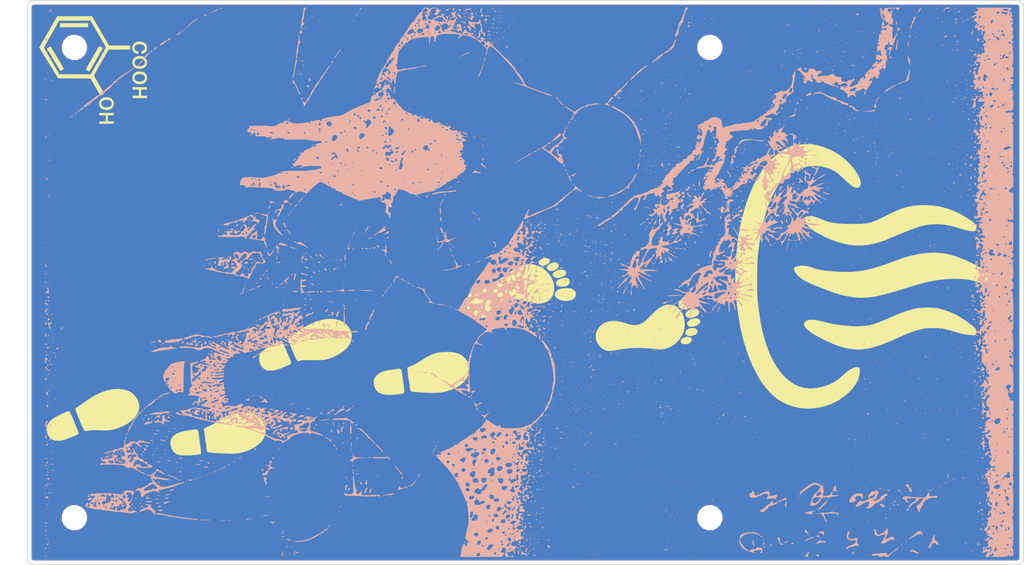
<source format=kicad_pcb>
(kicad_pcb (version 20171130) (host pcbnew "(5.1.5)-3")
  (layers (0 F.Cu signal) (31 B.Cu signal) (34 B.Paste user) (35 F.Paste user) (36 B.SilkS user) (37 F.SilkS user) (38 B.Mask user) (39 F.Mask user) (44 Edge.Cuts user))
  (net 0 "")
  (module Mounting_Holes:MountingHole_2.2mm_M2 (layer F.Cu) (at 150 64)
    (fp_text reference REF** hide)
    (fp_text value MountingHole_2.2mm_M2)
    (pad 1 np_thru_hole circle (at 0 0) (size 2.2 2.2) (drill 2.2) (layers *.Cu *.Mask))
  )
  (module Mounting_Holes:MountingHole_2.2mm_M2 (layer F.Cu) (at 150 124)
    (fp_text reference REF** hide)
    (fp_text value MountingHole_2.2mm_M2)
    (pad 1 np_thru_hole circle (at 0 0) (size 2.2 2.2) (drill 2.2) (layers *.Cu *.Mask))
  )
  (module Mounting_Holes:MountingHole_2.2mm_M2 (layer F.Cu) (at 69 124)
    (fp_text reference REF** hide)
    (fp_text value MountingHole_2.2mm_M2)
    (pad "" np_thru_hole circle (at 0 0) (size 2.2 2.2) (drill 2.2) (layers *.Cu *.Mask))
  )
  (module Mounting_Holes:MountingHole_2.2mm_M2 (layer F.Cu) (at 69 64)
    (fp_text reference REF** hide)
    (fp_text value MountingHole_2.2mm_M2)
    (pad 1 np_thru_hole circle (at 0 0) (size 2.2 2.2) (drill 2.2) (layers *.Cu *.Mask))
  )
  (module logos:Setta_back2s (layer B.Cu) (at 127 94 90)
    (fp_text reference G*** hide)
    (fp_text value LOGO hide)
  )
  (module logos:salicylic-acid2s (layer F.Cu) (at 72.25 67.75 270)
    (fp_text reference G*** hide)
    (fp_text value LOGO hide)
  )
  (module logos:Setta_back3s (layer F.Cu) (at 125.75 98.5 270)
    (fp_text reference G*** hide)
    (fp_text value LOGO hide)
  )
  (gr_line (start 63 129.5) (end 63.5 130) (layer Edge.Cuts) (width 0.1))
  (gr_line (start 63 58.5) (end 63.5 58) (layer Edge.Cuts) (width 0.1))
  (gr_line (start 190 58.5) (end 189.5 58) (layer Edge.Cuts) (width 0.1))
  (gr_line (start 189.5 130) (end 190 129.5) (layer Edge.Cuts) (width 0.1))
  (gr_line (start 190 58.5) (end 190 129.5) (layer Edge.Cuts) (width 0.1))
  (gr_line (start 63.5 58) (end 189.5 58) (layer Edge.Cuts) (width 0.1))
  (gr_line (start 63 129.5) (end 63 58.5) (layer Edge.Cuts) (width 0.1))
  (gr_line (start 189.5 130) (end 63.5 130) (layer Edge.Cuts) (width 0.1))
  (zone (net 0) (net_name "") (layer F.Cu) (connect_pads (clearance 0.508)) (min_thickness 0.254) (fill yes (arc_segments 16) (thermal_gap 0.508) (thermal_bridge_width 0.508))
    (polygon (pts (xy 190 130) (xy 63 130) (xy 63 58) (xy 190 58)))
  )
  (zone (net 0) (net_name "") (layer B.Cu) (connect_pads (clearance 0.508)) (min_thickness 0.254) (fill yes (arc_segments 16) (thermal_gap 0.508) (thermal_bridge_width 0.508))
    (polygon (pts (xy 190 130) (xy 63 130) (xy 63 58) (xy 190 58)))
  )
)
</source>
